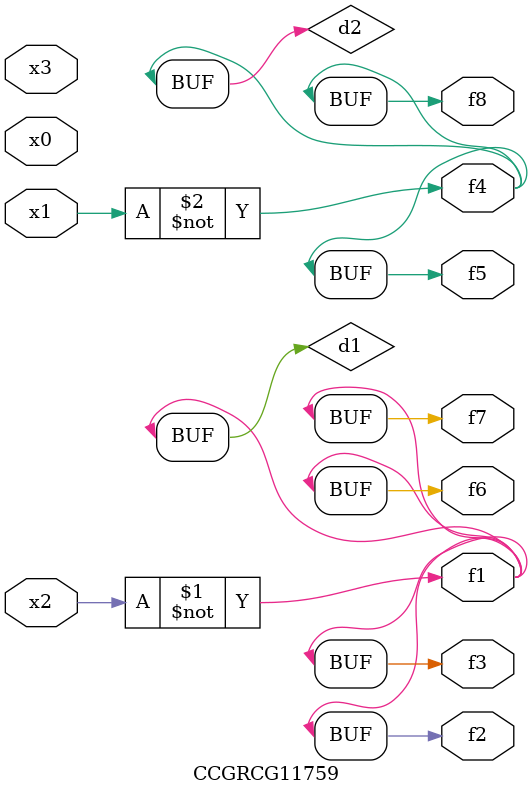
<source format=v>
module CCGRCG11759(
	input x0, x1, x2, x3,
	output f1, f2, f3, f4, f5, f6, f7, f8
);

	wire d1, d2;

	xnor (d1, x2);
	not (d2, x1);
	assign f1 = d1;
	assign f2 = d1;
	assign f3 = d1;
	assign f4 = d2;
	assign f5 = d2;
	assign f6 = d1;
	assign f7 = d1;
	assign f8 = d2;
endmodule

</source>
